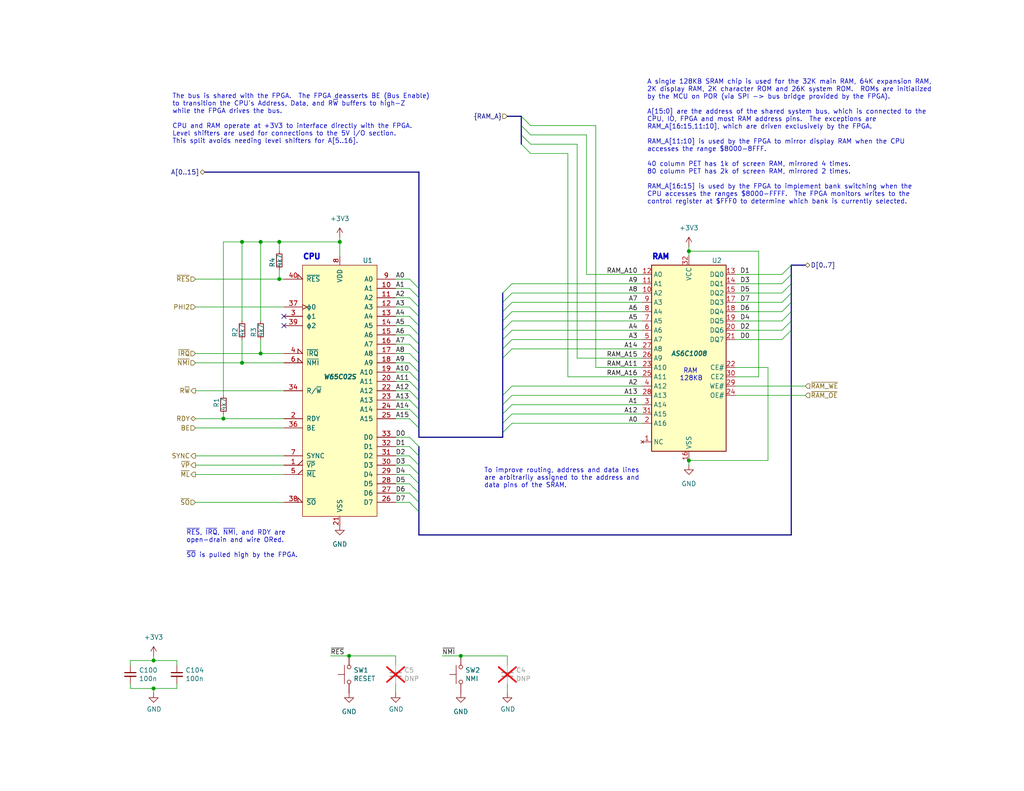
<source format=kicad_sch>
(kicad_sch (version 20231120) (generator "eeschema") (generator_version "8.0")
  (paper "A")
  (title_block (title "EconoPET 40/8096") (date "2023-10-01") (rev "A") (comment 1 "Unspecified resistors rated for 62.5mW or more") (comment 2 "Unspecified capacitors rated for 25V or more") (comment 3 "Signals with B-prefix are level-shifted from 3V3 to 5V"))
  (lib_symbols
    (symbol "Device:C_Small" (pin_numbers hide) (pin_names (offset 0.254) hide)
      (property "Reference" "C" (at 0.254 1.778 0))
      (property "Value" "C_Small" (at 0.254 -2.032 0))
      (symbol "C_Small_0_1"
        (polyline (pts (xy -1.524 -0.508) (xy 1.524 -0.508)) (stroke (width 0.3302)))
        (polyline (pts (xy -1.524 0.508) (xy 1.524 0.508)) (stroke (width 0.3048)))
      )
      (symbol "C_Small_1_1"
        (pin passive line (at 0 2.54 270) (length 2.032) (name "~") (number "1"))
        (pin passive line (at 0 -2.54 90) (length 2.032) (name "~") (number "2"))
      )
    )
    (symbol "Device:R_Small" (pin_numbers hide) (pin_names (offset 0.254) hide)
      (property "Reference" "R" (at 0.762 0.508 0))
      (property "Value" "R_Small" (at 0.762 -1.016 0))
      (symbol "R_Small_0_1"
        (rectangle (start -0.762 1.778) (end 0.762 -1.778) (stroke (width 0.2032)))
      )
      (symbol "R_Small_1_1"
        (pin passive line (at 0 2.54 270) (length 0.762) (name "~") (number "1"))
        (pin passive line (at 0 -2.54 90) (length 0.762) (name "~") (number "2"))
      )
    )
    (symbol "EconoPET:AS6C1008"
      (property "Reference" "U" (at 7.62 26.67 0))
      (property "Value" "AS6C1008" (at 0 1.27 0))
      (symbol "AS6C1008_0_0"
        (pin power_in line (at 0 -27.94 90) (length 2.54) (name "VSS") (number "16"))
        (pin power_in line (at 0 27.94 270) (length 2.54) (name "VCC") (number "32"))
      )
      (symbol "AS6C1008_0_1"
        (rectangle (start -10.16 25.4) (end 10.16 -25.4) (stroke (width 0.254)) (fill (type background)))
      )
      (symbol "AS6C1008_1_1"
        (pin no_connect line (at -12.7 -22.86 0) (length 2.54) (name "NC") (number "1"))
        (pin input line (at -12.7 17.78 0) (length 2.54) (name "A2") (number "10"))
        (pin input line (at -12.7 20.32 0) (length 2.54) (name "A1") (number "11"))
        (pin input line (at -12.7 22.86 0) (length 2.54) (name "A0") (number "12"))
        (pin tri_state line (at 12.7 22.86 180) (length 2.54) (name "DQ0") (number "13"))
        (pin tri_state line (at 12.7 20.32 180) (length 2.54) (name "DQ1") (number "14"))
        (pin tri_state line (at 12.7 17.78 180) (length 2.54) (name "DQ2") (number "15"))
        (pin tri_state line (at 12.7 15.24 180) (length 2.54) (name "DQ3") (number "17"))
        (pin tri_state line (at 12.7 12.7 180) (length 2.54) (name "DQ4") (number "18"))
        (pin tri_state line (at 12.7 10.16 180) (length 2.54) (name "DQ5") (number "19"))
        (pin input line (at -12.7 -17.78 0) (length 2.54) (name "A16") (number "2"))
        (pin tri_state line (at 12.7 7.62 180) (length 2.54) (name "DQ6") (number "20"))
        (pin tri_state line (at 12.7 5.08 180) (length 2.54) (name "DQ7") (number "21"))
        (pin input line (at 12.7 -2.54 180) (length 2.54) (name "CE#") (number "22"))
        (pin input line (at -12.7 -2.54 0) (length 2.54) (name "A10") (number "23"))
        (pin input line (at 12.7 -10.16 180) (length 2.54) (name "OE#") (number "24"))
        (pin input line (at -12.7 -5.08 0) (length 2.54) (name "A11") (number "25"))
        (pin input line (at -12.7 0 0) (length 2.54) (name "A9") (number "26"))
        (pin input line (at -12.7 2.54 0) (length 2.54) (name "A8") (number "27"))
        (pin input line (at -12.7 -10.16 0) (length 2.54) (name "A13") (number "28"))
        (pin input line (at 12.7 -7.62 180) (length 2.54) (name "WE#") (number "29"))
        (pin input line (at -12.7 -12.7 0) (length 2.54) (name "A14") (number "3"))
        (pin input line (at 12.7 -5.08 180) (length 2.54) (name "CE2") (number "30"))
        (pin input line (at -12.7 -15.24 0) (length 2.54) (name "A15") (number "31"))
        (pin input line (at -12.7 -7.62 0) (length 2.54) (name "A12") (number "4"))
        (pin input line (at -12.7 5.08 0) (length 2.54) (name "A7") (number "5"))
        (pin input line (at -12.7 7.62 0) (length 2.54) (name "A6") (number "6"))
        (pin input line (at -12.7 10.16 0) (length 2.54) (name "A5") (number "7"))
        (pin input line (at -12.7 12.7 0) (length 2.54) (name "A4") (number "8"))
        (pin input line (at -12.7 15.24 0) (length 2.54) (name "A3") (number "9"))
      )
    )
    (symbol "EconoPET:W65C02S" (pin_names (offset 1.016))
      (property "Reference" "U" (at 7.62 35.56 0))
      (property "Value" "W65C02S" (at 0 3.81 0))
      (symbol "W65C02S_0_1"
        (rectangle (start -10.16 34.29) (end 10.16 -34.29) (fill (type background)))
      )
      (symbol "W65C02S_1_1"
        (pin output output_low (at -15.24 -20.32 0) (length 5.08) (name "~{VP}") (number "1"))
        (pin tri_state line (at 15.24 27.94 180) (length 5.08) (name "A1") (number "10"))
        (pin tri_state line (at 15.24 25.4 180) (length 5.08) (name "A2") (number "11"))
        (pin tri_state line (at 15.24 22.86 180) (length 5.08) (name "A3") (number "12"))
        (pin tri_state line (at 15.24 20.32 180) (length 5.08) (name "A4") (number "13"))
        (pin tri_state line (at 15.24 17.78 180) (length 5.08) (name "A5") (number "14"))
        (pin tri_state line (at 15.24 15.24 180) (length 5.08) (name "A6") (number "15"))
        (pin tri_state line (at 15.24 12.7 180) (length 5.08) (name "A7") (number "16"))
        (pin tri_state line (at 15.24 10.16 180) (length 5.08) (name "A8") (number "17"))
        (pin tri_state line (at 15.24 7.62 180) (length 5.08) (name "A9") (number "18"))
        (pin tri_state line (at 15.24 5.08 180) (length 5.08) (name "A10") (number "19"))
        (pin open_collector line (at -15.24 -7.62 0) (length 5.08) (name "RDY") (number "2"))
        (pin tri_state line (at 15.24 2.54 180) (length 5.08) (name "A11") (number "20"))
        (pin power_in line (at 0 -36.83 90) (length 2.54) (name "VSS") (number "21"))
        (pin tri_state line (at 15.24 0 180) (length 5.08) (name "A12") (number "22"))
        (pin tri_state line (at 15.24 -2.54 180) (length 5.08) (name "A13") (number "23"))
        (pin tri_state line (at 15.24 -5.08 180) (length 5.08) (name "A14") (number "24"))
        (pin tri_state line (at 15.24 -7.62 180) (length 5.08) (name "A15") (number "25"))
        (pin bidirectional line (at 15.24 -30.48 180) (length 5.08) (name "D7") (number "26"))
        (pin bidirectional line (at 15.24 -27.94 180) (length 5.08) (name "D6") (number "27"))
        (pin bidirectional line (at 15.24 -25.4 180) (length 5.08) (name "D5") (number "28"))
        (pin bidirectional line (at 15.24 -22.86 180) (length 5.08) (name "D4") (number "29"))
        (pin output line (at -15.24 20.32 0) (length 5.08) (name "ϕ1") (number "3"))
        (pin bidirectional line (at 15.24 -20.32 180) (length 5.08) (name "D3") (number "30"))
        (pin bidirectional line (at 15.24 -17.78 180) (length 5.08) (name "D2") (number "31"))
        (pin bidirectional line (at 15.24 -15.24 180) (length 5.08) (name "D1") (number "32"))
        (pin bidirectional line (at 15.24 -12.7 180) (length 5.08) (name "D0") (number "33"))
        (pin tri_state line (at -15.24 0 0) (length 5.08) (name "R/~{W}") (number "34"))
        (pin no_connect non_logic (at -10.16 -27.94 0) (length 2.54) hide (name "nc") (number "35"))
        (pin input line (at -15.24 -10.16 0) (length 5.08) (name "BE") (number "36"))
        (pin input clock (at -15.24 22.86 0) (length 5.08) (name "ϕ0") (number "37"))
        (pin input input_low (at -15.24 -30.48 0) (length 5.08) (name "~{SO}") (number "38"))
        (pin output line (at -15.24 17.78 0) (length 5.08) (name "ϕ2") (number "39"))
        (pin input input_low (at -15.24 10.16 0) (length 5.08) (name "~{IRQ}") (number "4"))
        (pin input input_low (at -15.24 30.48 0) (length 5.08) (name "~{RES}") (number "40"))
        (pin output output_low (at -15.24 -22.86 0) (length 5.08) (name "~{ML}") (number "5"))
        (pin input input_low (at -15.24 7.62 0) (length 5.08) (name "~{NMI}") (number "6"))
        (pin output line (at -15.24 -17.78 0) (length 5.08) (name "SYNC") (number "7"))
        (pin power_in line (at 0 36.83 270) (length 2.54) (name "VDD") (number "8"))
        (pin tri_state line (at 15.24 30.48 180) (length 5.08) (name "A0") (number "9"))
      )
    )
    (symbol "Switch:SW_Push" (pin_numbers hide) (pin_names (offset 1.016) hide)
      (property "Reference" "SW" (at 1.27 2.54 0))
      (property "Value" "SW_Push" (at 0 -1.524 0))
      (symbol "SW_Push_0_1"
        (circle (center -2.032 0) (radius 0.508))
        (polyline (pts (xy 0 1.27) (xy 0 3.048)))
        (polyline (pts (xy 2.54 1.27) (xy -2.54 1.27)))
        (circle (center 2.032 0) (radius 0.508))
        (pin passive line (at -5.08 0 0) (length 2.54) (name "1") (number "1"))
        (pin passive line (at 5.08 0 180) (length 2.54) (name "2") (number "2"))
      )
    )
    (symbol "power:+3V3" (power) (pin_numbers hide) (pin_names (offset 0) hide)
      (property "Value" "+3V3" (at 0 3.556 0))
      (symbol "+3V3_0_1"
        (polyline (pts (xy -0.762 1.27) (xy 0 2.54)))
        (polyline (pts (xy 0 0) (xy 0 2.54)))
        (polyline (pts (xy 0 2.54) (xy 0.762 1.27)))
      )
      (symbol "+3V3_1_1"
        (pin power_in line (at 0 0 90) (length 0) (name "~") (number "1"))
      )
    )
    (symbol "power:GND" (power) (pin_numbers hide) (pin_names (offset 0) hide)
      (property "Value" "GND" (at 0 -3.81 0))
      (symbol "GND_0_1"
        (polyline (pts (xy 0 0) (xy 0 -1.27) (xy 1.27 -1.27) (xy 0 -2.54) (xy -1.27 -1.27) (xy 0 -1.27)))
      )
      (symbol "GND_1_1"
        (pin power_in line (at 0 0 270) (length 0) (name "~") (number "1"))
      )
    )
  )
  (bus_alias "RAM_A" (members "RAM_A10" "RAM_A11" "RAM_A15" "RAM_A16"))
  (junction (at 41.91 180.34))
  (junction (at 187.96 68.58))
  (junction (at 187.96 125.73))
  (junction (at 76.2 66.04))
  (junction (at 92.71 66.04))
  (junction (at 76.2 76.2))
  (junction (at 71.12 96.52))
  (junction (at 95.25 179.07))
  (junction (at 71.12 66.04))
  (junction (at 60.96 114.3))
  (junction (at 41.91 187.96))
  (junction (at 125.73 179.07))
  (junction (at 66.04 99.06))
  (junction (at 66.04 66.04))
  (no_connect (at 77.47 86.36))
  (no_connect (at 77.47 88.9))
  (bus_entry (at 144.78 39.37) (size -2.54 -2.54))
  (bus_entry (at 111.76 119.38) (size 2.54 2.54))
  (bus_entry (at 213.36 87.63) (size 2.54 -2.54))
  (bus_entry (at 111.76 124.46) (size 2.54 2.54))
  (bus_entry (at 139.7 92.71) (size -2.54 2.54))
  (bus_entry (at 111.76 83.82) (size 2.54 2.54))
  (bus_entry (at 139.7 115.57) (size -2.54 2.54))
  (bus_entry (at 111.76 132.08) (size 2.54 2.54))
  (bus_entry (at 139.7 90.17) (size -2.54 2.54))
  (bus_entry (at 111.76 101.6) (size 2.54 2.54))
  (bus_entry (at 111.76 93.98) (size 2.54 2.54))
  (bus_entry (at 111.76 88.9) (size 2.54 2.54))
  (bus_entry (at 111.76 137.16) (size 2.54 2.54))
  (bus_entry (at 111.76 127) (size 2.54 2.54))
  (bus_entry (at 213.36 90.17) (size 2.54 -2.54))
  (bus_entry (at 139.7 110.49) (size -2.54 2.54))
  (bus_entry (at 111.76 76.2) (size 2.54 2.54))
  (bus_entry (at 144.78 36.83) (size -2.54 -2.54))
  (bus_entry (at 144.78 34.29) (size -2.54 -2.54))
  (bus_entry (at 111.76 78.74) (size 2.54 2.54))
  (bus_entry (at 139.7 87.63) (size -2.54 2.54))
  (bus_entry (at 139.7 80.01) (size -2.54 2.54))
  (bus_entry (at 144.78 41.91) (size -2.54 -2.54))
  (bus_entry (at 213.36 92.71) (size 2.54 -2.54))
  (bus_entry (at 213.36 85.09) (size 2.54 -2.54))
  (bus_entry (at 139.7 82.55) (size -2.54 2.54))
  (bus_entry (at 139.7 105.41) (size -2.54 2.54))
  (bus_entry (at 213.36 77.47) (size 2.54 -2.54))
  (bus_entry (at 111.76 121.92) (size 2.54 2.54))
  (bus_entry (at 111.76 99.06) (size 2.54 2.54))
  (bus_entry (at 111.76 91.44) (size 2.54 2.54))
  (bus_entry (at 111.76 96.52) (size 2.54 2.54))
  (bus_entry (at 111.76 104.14) (size 2.54 2.54))
  (bus_entry (at 111.76 129.54) (size 2.54 2.54))
  (bus_entry (at 213.36 74.93) (size 2.54 -2.54))
  (bus_entry (at 139.7 107.95) (size -2.54 2.54))
  (bus_entry (at 111.76 114.3) (size 2.54 2.54))
  (bus_entry (at 213.36 82.55) (size 2.54 -2.54))
  (bus_entry (at 139.7 95.25) (size -2.54 2.54))
  (bus_entry (at 111.76 106.68) (size 2.54 2.54))
  (bus_entry (at 111.76 111.76) (size 2.54 2.54))
  (bus_entry (at 111.76 134.62) (size 2.54 2.54))
  (bus_entry (at 139.7 85.09) (size -2.54 2.54))
  (bus_entry (at 139.7 113.03) (size -2.54 2.54))
  (bus_entry (at 213.36 80.01) (size 2.54 -2.54))
  (bus_entry (at 111.76 86.36) (size 2.54 2.54))
  (bus_entry (at 111.76 109.22) (size 2.54 2.54))
  (bus_entry (at 139.7 77.47) (size -2.54 2.54))
  (bus_entry (at 111.76 81.28) (size 2.54 2.54))
  (bus (pts (xy 142.24 34.29) (xy 142.24 36.83)))
  (wire (pts (xy 107.95 132.08) (xy 111.76 132.08)))
  (wire (pts (xy 187.96 68.58) (xy 207.01 68.58)))
  (bus (pts (xy 215.9 77.47) (xy 215.9 80.01)))
  (bus (pts (xy 114.3 46.99) (xy 55.88 46.99)))
  (bus (pts (xy 215.9 72.39) (xy 219.71 72.39)))
  (wire (pts (xy 35.56 180.34) (xy 35.56 181.61)))
  (wire (pts (xy 66.04 92.71) (xy 66.04 99.06)))
  (wire (pts (xy 187.96 127) (xy 187.96 125.73)))
  (wire (pts (xy 200.66 102.87) (xy 207.01 102.87)))
  (bus (pts (xy 137.16 80.01) (xy 137.16 82.55)))
  (wire (pts (xy 139.7 80.01) (xy 175.26 80.01)))
  (wire (pts (xy 209.55 125.73) (xy 187.96 125.73)))
  (wire (pts (xy 107.95 88.9) (xy 111.76 88.9)))
  (wire (pts (xy 200.66 92.71) (xy 213.36 92.71)))
  (wire (pts (xy 66.04 66.04) (xy 66.04 87.63)))
  (wire (pts (xy 107.95 86.36) (xy 111.76 86.36)))
  (wire (pts (xy 41.91 179.07) (xy 41.91 180.34)))
  (bus (pts (xy 114.3 93.98) (xy 114.3 96.52)))
  (bus (pts (xy 114.3 83.82) (xy 114.3 86.36)))
  (bus (pts (xy 114.3 109.22) (xy 114.3 111.76)))
  (bus (pts (xy 114.3 91.44) (xy 114.3 93.98)))
  (wire (pts (xy 200.66 85.09) (xy 213.36 85.09)))
  (bus (pts (xy 137.16 90.17) (xy 137.16 92.71)))
  (wire (pts (xy 200.66 100.33) (xy 209.55 100.33)))
  (wire (pts (xy 107.95 93.98) (xy 111.76 93.98)))
  (bus (pts (xy 114.3 81.28) (xy 114.3 83.82)))
  (wire (pts (xy 139.7 105.41) (xy 175.26 105.41)))
  (bus (pts (xy 215.9 87.63) (xy 215.9 90.17)))
  (wire (pts (xy 107.95 104.14) (xy 111.76 104.14)))
  (bus (pts (xy 114.3 111.76) (xy 114.3 114.3)))
  (bus (pts (xy 215.9 82.55) (xy 215.9 85.09)))
  (wire (pts (xy 77.47 116.84) (xy 53.34 116.84)))
  (wire (pts (xy 219.71 107.95) (xy 200.66 107.95)))
  (wire (pts (xy 207.01 68.58) (xy 207.01 102.87)))
  (wire (pts (xy 107.95 124.46) (xy 111.76 124.46)))
  (bus (pts (xy 114.3 101.6) (xy 114.3 104.14)))
  (wire (pts (xy 107.95 129.54) (xy 111.76 129.54)))
  (wire (pts (xy 107.95 111.76) (xy 111.76 111.76)))
  (bus (pts (xy 137.16 92.71) (xy 137.16 95.25)))
  (wire (pts (xy 107.95 81.28) (xy 111.76 81.28)))
  (wire (pts (xy 66.04 66.04) (xy 71.12 66.04)))
  (wire (pts (xy 139.7 90.17) (xy 175.26 90.17)))
  (bus (pts (xy 215.9 74.93) (xy 215.9 77.47)))
  (bus (pts (xy 114.3 116.84) (xy 114.3 119.38)))
  (wire (pts (xy 219.71 105.41) (xy 200.66 105.41)))
  (wire (pts (xy 71.12 96.52) (xy 71.12 92.71)))
  (wire (pts (xy 53.34 129.54) (xy 77.47 129.54)))
  (wire (pts (xy 139.7 115.57) (xy 175.26 115.57)))
  (wire (pts (xy 48.26 186.69) (xy 48.26 187.96)))
  (bus (pts (xy 114.3 104.14) (xy 114.3 106.68)))
  (wire (pts (xy 77.47 106.68) (xy 53.34 106.68)))
  (bus (pts (xy 137.16 113.03) (xy 137.16 115.57)))
  (bus (pts (xy 142.24 36.83) (xy 142.24 39.37)))
  (wire (pts (xy 175.26 97.79) (xy 157.48 97.79)))
  (wire (pts (xy 139.7 77.47) (xy 175.26 77.47)))
  (wire (pts (xy 139.7 85.09) (xy 175.26 85.09)))
  (wire (pts (xy 187.96 67.31) (xy 187.96 68.58)))
  (wire (pts (xy 162.56 34.29) (xy 162.56 100.33)))
  (wire (pts (xy 125.73 179.07) (xy 138.43 179.07)))
  (wire (pts (xy 107.95 96.52) (xy 111.76 96.52)))
  (bus (pts (xy 114.3 88.9) (xy 114.3 91.44)))
  (bus (pts (xy 114.3 96.52) (xy 114.3 99.06)))
  (wire (pts (xy 60.96 107.95) (xy 60.96 66.04)))
  (wire (pts (xy 53.34 114.3) (xy 60.96 114.3)))
  (wire (pts (xy 144.78 36.83) (xy 160.02 36.83)))
  (bus (pts (xy 137.16 82.55) (xy 137.16 85.09)))
  (bus (pts (xy 114.3 129.54) (xy 114.3 132.08)))
  (wire (pts (xy 187.96 68.58) (xy 187.96 69.85)))
  (wire (pts (xy 53.34 127) (xy 77.47 127)))
  (bus (pts (xy 114.3 114.3) (xy 114.3 116.84)))
  (wire (pts (xy 107.95 134.62) (xy 111.76 134.62)))
  (bus (pts (xy 114.3 78.74) (xy 114.3 46.99)))
  (bus (pts (xy 114.3 146.05) (xy 114.3 139.7)))
  (wire (pts (xy 35.56 187.96) (xy 41.91 187.96)))
  (wire (pts (xy 139.7 107.95) (xy 175.26 107.95)))
  (bus (pts (xy 114.3 124.46) (xy 114.3 127)))
  (bus (pts (xy 114.3 106.68) (xy 114.3 109.22)))
  (wire (pts (xy 160.02 74.93) (xy 175.26 74.93)))
  (wire (pts (xy 107.95 137.16) (xy 111.76 137.16)))
  (wire (pts (xy 76.2 66.04) (xy 92.71 66.04)))
  (bus (pts (xy 114.3 78.74) (xy 114.3 81.28)))
  (wire (pts (xy 53.34 99.06) (xy 66.04 99.06)))
  (wire (pts (xy 160.02 36.83) (xy 160.02 74.93)))
  (wire (pts (xy 95.25 179.07) (xy 107.95 179.07)))
  (wire (pts (xy 139.7 87.63) (xy 175.26 87.63)))
  (bus (pts (xy 114.3 132.08) (xy 114.3 134.62)))
  (wire (pts (xy 41.91 189.23) (xy 41.91 187.96)))
  (wire (pts (xy 139.7 113.03) (xy 175.26 113.03)))
  (bus (pts (xy 137.16 110.49) (xy 137.16 113.03)))
  (wire (pts (xy 107.95 76.2) (xy 111.76 76.2)))
  (bus (pts (xy 137.16 87.63) (xy 137.16 90.17)))
  (wire (pts (xy 144.78 34.29) (xy 162.56 34.29)))
  (bus (pts (xy 142.24 31.75) (xy 142.24 34.29)))
  (wire (pts (xy 200.66 90.17) (xy 213.36 90.17)))
  (wire (pts (xy 144.78 41.91) (xy 154.94 41.91)))
  (bus (pts (xy 114.3 127) (xy 114.3 129.54)))
  (wire (pts (xy 200.66 74.93) (xy 213.36 74.93)))
  (wire (pts (xy 53.34 76.2) (xy 76.2 76.2)))
  (bus (pts (xy 114.3 121.92) (xy 114.3 124.46)))
  (wire (pts (xy 107.95 189.23) (xy 107.95 186.69)))
  (wire (pts (xy 139.7 92.71) (xy 175.26 92.71)))
  (wire (pts (xy 200.66 80.01) (xy 213.36 80.01)))
  (bus (pts (xy 138.43 31.75) (xy 142.24 31.75)))
  (wire (pts (xy 200.66 82.55) (xy 213.36 82.55)))
  (wire (pts (xy 41.91 180.34) (xy 48.26 180.34)))
  (bus (pts (xy 137.16 115.57) (xy 137.16 118.11)))
  (bus (pts (xy 114.3 86.36) (xy 114.3 88.9)))
  (wire (pts (xy 77.47 83.82) (xy 53.34 83.82)))
  (wire (pts (xy 157.48 97.79) (xy 157.48 39.37)))
  (wire (pts (xy 60.96 113.03) (xy 60.96 114.3)))
  (wire (pts (xy 138.43 189.23) (xy 138.43 186.69)))
  (bus (pts (xy 114.3 99.06) (xy 114.3 101.6)))
  (wire (pts (xy 107.95 127) (xy 111.76 127)))
  (wire (pts (xy 53.34 96.52) (xy 71.12 96.52)))
  (wire (pts (xy 107.95 99.06) (xy 111.76 99.06)))
  (wire (pts (xy 71.12 66.04) (xy 76.2 66.04)))
  (wire (pts (xy 92.71 66.04) (xy 92.71 69.85)))
  (bus (pts (xy 137.16 85.09) (xy 137.16 87.63)))
  (wire (pts (xy 92.71 64.77) (xy 92.71 66.04)))
  (bus (pts (xy 215.9 85.09) (xy 215.9 87.63)))
  (wire (pts (xy 138.43 181.61) (xy 138.43 179.07)))
  (wire (pts (xy 48.26 180.34) (xy 48.26 181.61)))
  (wire (pts (xy 154.94 41.91) (xy 154.94 102.87)))
  (wire (pts (xy 35.56 186.69) (xy 35.56 187.96)))
  (wire (pts (xy 107.95 121.92) (xy 111.76 121.92)))
  (bus (pts (xy 137.16 119.38) (xy 137.16 118.11)))
  (wire (pts (xy 107.95 101.6) (xy 111.76 101.6)))
  (wire (pts (xy 200.66 77.47) (xy 213.36 77.47)))
  (wire (pts (xy 35.56 180.34) (xy 41.91 180.34)))
  (wire (pts (xy 107.95 114.3) (xy 111.76 114.3)))
  (wire (pts (xy 144.78 39.37) (xy 157.48 39.37)))
  (bus (pts (xy 215.9 146.05) (xy 114.3 146.05)))
  (bus (pts (xy 215.9 80.01) (xy 215.9 82.55)))
  (wire (pts (xy 53.34 137.16) (xy 77.47 137.16)))
  (wire (pts (xy 107.95 91.44) (xy 111.76 91.44)))
  (wire (pts (xy 107.95 78.74) (xy 111.76 78.74)))
  (bus (pts (xy 114.3 134.62) (xy 114.3 137.16)))
  (wire (pts (xy 139.7 82.55) (xy 175.26 82.55)))
  (wire (pts (xy 66.04 99.06) (xy 77.47 99.06)))
  (wire (pts (xy 209.55 100.33) (xy 209.55 125.73)))
  (wire (pts (xy 41.91 187.96) (xy 48.26 187.96)))
  (wire (pts (xy 107.95 83.82) (xy 111.76 83.82)))
  (wire (pts (xy 154.94 102.87) (xy 175.26 102.87)))
  (wire (pts (xy 139.7 95.25) (xy 175.26 95.25)))
  (bus (pts (xy 114.3 119.38) (xy 137.16 119.38)))
  (wire (pts (xy 60.96 114.3) (xy 77.47 114.3)))
  (wire (pts (xy 200.66 87.63) (xy 213.36 87.63)))
  (wire (pts (xy 107.95 119.38) (xy 111.76 119.38)))
  (wire (pts (xy 139.7 110.49) (xy 175.26 110.49)))
  (wire (pts (xy 71.12 66.04) (xy 71.12 87.63)))
  (bus (pts (xy 114.3 137.16) (xy 114.3 139.7)))
  (wire (pts (xy 107.95 109.22) (xy 111.76 109.22)))
  (wire (pts (xy 60.96 66.04) (xy 66.04 66.04)))
  (bus (pts (xy 215.9 90.17) (xy 215.9 146.05)))
  (wire (pts (xy 90.17 179.07) (xy 95.25 179.07)))
  (bus (pts (xy 137.16 107.95) (xy 137.16 110.49)))
  (bus (pts (xy 137.16 97.79) (xy 137.16 107.95)))
  (wire (pts (xy 107.95 106.68) (xy 111.76 106.68)))
  (wire (pts (xy 120.65 179.07) (xy 125.73 179.07)))
  (wire (pts (xy 76.2 76.2) (xy 77.47 76.2)))
  (wire (pts (xy 76.2 66.04) (xy 76.2 68.58)))
  (wire (pts (xy 76.2 73.66) (xy 76.2 76.2)))
  (bus (pts (xy 215.9 72.39) (xy 215.9 74.93)))
  (wire (pts (xy 162.56 100.33) (xy 175.26 100.33)))
  (wire (pts (xy 107.95 179.07) (xy 107.95 181.61)))
  (wire (pts (xy 71.12 96.52) (xy 77.47 96.52)))
  (bus (pts (xy 137.16 95.25) (xy 137.16 97.79)))
  (wire (pts (xy 53.34 124.46) (xy 77.47 124.46)))
  (text "RAM" (at 177.8 71.12 0) (effects (font (size 1.5 1.5) (thickness 0.8) (bold yes)) (justify left bottom)))
  (text "A single 128KB SRAM chip is used for the 32K main RAM, 64K expansion RAM,\n2K display RAM, 2K character ROM and 26K system ROM.  ROMs are initialized\nby the MCU on POR (via SPI -> bus bridge provided by the FPGA).\n\nA[15:0] are the address of the shared system bus, which is connected to the\nCPU, IO, FPGA and most RAM address pins.  The exceptions are\nRAM_A[16:15,11:10], which are driven exclusively by the FPGA.\n\nRAM_A[11:10] is used by the FPGA to mirror display RAM when the CPU\naccesses the range $8000-8FFF.\n\n40 column PET has 1k of screen RAM, mirrored 4 times.\n80 column PET has 2k of screen RAM, mirrored 2 times.\n\nRAM_A[16:15] is used by the FPGA to implement bank switching when the\nCPU accesses the ranges $8000-FFFF.  The FPGA monitors writes to the\ncontrol register at $FFF0 to determine which bank is currently selected." (at 176.53 55.88 0) (effects (font (size 1.27 1.27)) (justify left bottom)))
  (text "To improve routing, address and data lines\nare arbitrarily assigned to the address and\ndata pins of the SRAM." (at 132.08 133.35 0) (effects (font (size 1.27 1.27)) (justify left bottom)))
  (text "~{RES}, ~{IRQ}, ~{NMI}, and RDY are\nopen-drain and wire ORed.\n\n~{SO} is pulled high by the FPGA." (at 50.8 152.4 0) (effects (font (size 1.27 1.27)) (justify left bottom)))
  (text " RAM\n128KB" (at 185.42 104.14 0) (effects (font (size 1.27 1.27)) (justify left bottom)))
  (text "CPU" (at 82.55 71.12 0) (effects (font (size 1.5 1.5) (thickness 0.8) (bold yes)) (justify left bottom)))
  (text "The bus is shared with the FPGA.  The FPGA deasserts BE (Bus Enable)\nto transition the CPU's Address, Data, and R~{W} buffers to high-Z\nwhile the FPGA drives the bus.\n\nCPU and RAM operate at +3V3 to interface directly with the FPGA.\nLevel shifters are used for connections to the 5V I/O section.\nThis split avoids needing level shifters for A[5..16]." (at 46.99 39.37 0) (effects (font (size 1.27 1.27)) (justify left bottom)))
  (label "D5" (at 107.95 132.08 0))
  (label "A3" (at 107.95 83.82 0))
  (label "A0" (at 107.95 76.2 0))
  (label "D0" (at 201.93 92.71 0))
  (label "RAM_A15" (at 173.99 97.79 180))
  (label "A13" (at 107.95 109.22 0))
  (label "D2" (at 107.95 124.46 0))
  (label "D5" (at 201.93 80.01 0))
  (label "RAM_A10" (at 173.99 74.93 180))
  (label "A1" (at 173.99 110.49 180))
  (label "A14" (at 173.99 95.25 180))
  (label "D0" (at 107.95 119.38 0))
  (label "D1" (at 201.93 74.93 0))
  (label "D6" (at 201.93 85.09 0))
  (label "A2" (at 173.99 105.41 180))
  (label "A12" (at 107.95 106.68 0))
  (label "A10" (at 107.95 101.6 0))
  (label "A8" (at 173.99 80.01 180))
  (label "A5" (at 107.95 88.9 0))
  (label "A14" (at 107.95 111.76 0))
  (label "A8" (at 107.95 96.52 0))
  (label "A9" (at 107.95 99.06 0))
  (label "A11" (at 107.95 104.14 0))
  (label "A0" (at 173.99 115.57 180))
  (label "RAM_A11" (at 173.99 100.33 180))
  (label "A7" (at 173.99 82.55 180))
  (label "D1" (at 107.95 121.92 0))
  (label "A4" (at 107.95 86.36 0))
  (label "A15" (at 107.95 114.3 0))
  (label "D2" (at 201.93 90.17 0))
  (label "A3" (at 173.99 92.71 180))
  (label "A13" (at 173.99 107.95 180))
  (label "RAM_A16" (at 173.99 102.87 180))
  (label "~{RES}" (at 90.17 179.07 0))
  (label "A9" (at 173.99 77.47 180))
  (label "D7" (at 107.95 137.16 0))
  (label "D3" (at 201.93 77.47 0))
  (label "D4" (at 201.93 87.63 0))
  (label "A6" (at 173.99 85.09 180))
  (label "A6" (at 107.95 91.44 0))
  (label "D6" (at 107.95 134.62 0))
  (label "D4" (at 107.95 129.54 0))
  (label "~{NMI}" (at 120.65 179.07 0))
  (label "A2" (at 107.95 81.28 0))
  (label "A12" (at 173.99 113.03 180))
  (label "D7" (at 201.93 82.55 0))
  (label "A4" (at 173.99 90.17 180))
  (label "D3" (at 107.95 127 0))
  (label "A1" (at 107.95 78.74 0))
  (label "A5" (at 173.99 87.63 180))
  (label "A7" (at 107.95 93.98 0))
  (hierarchical_label "~{VP}" (shape output) (at 53.34 127 180))
  (hierarchical_label "RDY" (shape bidirectional) (at 53.34 114.3 180))
  (hierarchical_label "A[0..15]" (shape bidirectional) (at 55.88 46.99 180))
  (hierarchical_label "~{IRQ}" (shape input) (at 53.34 96.52 180))
  (hierarchical_label "D[0..7]" (shape bidirectional) (at 219.71 72.39 0))
  (hierarchical_label "R~{W}" (shape output) (at 53.34 106.68 180))
  (hierarchical_label "~{RAM_OE}" (shape input) (at 219.71 107.95 0))
  (hierarchical_label "~{RES}" (shape input) (at 53.34 76.2 180))
  (hierarchical_label "~{SO}" (shape input) (at 53.34 137.16 180))
  (hierarchical_label "BE" (shape input) (at 53.34 116.84 180))
  (hierarchical_label "{RAM_A}" (shape input) (at 138.43 31.75 180))
  (hierarchical_label "~{ML}" (shape output) (at 53.34 129.54 180))
  (hierarchical_label "PHI2" (shape input) (at 53.34 83.82 180))
  (hierarchical_label "~{NMI}" (shape input) (at 53.34 99.06 180))
  (hierarchical_label "SYNC" (shape output) (at 53.34 124.46 180))
  (hierarchical_label "~{RAM_WE}" (shape input) (at 219.71 105.41 0))
  (symbol (lib_id "EconoPET:W65C02S") (at 92.71 106.68 0) (unit 1)
    (property "Reference" "U1" (at 100.33 71.12 0))
    (property "Value" "W65C02S" (at 92.71 102.87 0) (effects (font (bold yes) (italic yes))))
    (property "Footprint" "Package_DIP:DIP-40_W15.24mm_Socket" (effects (hide yes)))
    (property "Datasheet" "https://www.mouser.com/datasheet/2/436/w65c02s-2572.pdf" (effects (hide yes)))
    (property "MOUSER" "955-W65C02S6TPG-14,571-1-2199299-5" (effects (hide yes)))
  )
  (symbol (lib_id "EconoPET:AS6C1008") (at 187.96 97.79 0) (unit 1)
    (property "Reference" "U2" (at 195.58 71.12 0))
    (property "Value" "AS6C1008" (at 187.96 96.52 0) (effects (font (bold yes) (italic yes))))
    (property "Footprint" "Package_DIP:DIP-32_W15.24mm_Socket" (effects (hide yes)))
    (property "Datasheet" "https://www.mouser.com/datasheet/2/12/AS6C1008feb2007-1511508.pdf" (effects (hide yes)))
    (property "MOUSER" "913-AS6C1008-55PCN,649-DILB32P223TLF" (effects (hide yes)))
  )
  (symbol (lib_id "Device:R_Small") (at 66.04 90.17 0) (unit 1)
    (property "Reference" "R2" (at 64.135 92.075 90) (effects (justify left)))
    (property "Value" "4k7" (at 66.04 92.075 90) (effects (justify left)))
    (property "Footprint" "Resistor_SMD:R_0402_1005Metric" (effects (hide yes)))
    (property "Datasheet" "https://www.lcsc.com/datasheet/lcsc_datasheet_2206010045_UNI-ROYAL-Uniroyal-Elec-0402WGF4701TCE_C25900.pdf" (effects (hide yes)))
    (property "LCSC" "C25900" (effects (hide yes)))
  )
  (symbol (lib_id "Device:R_Small") (at 60.96 110.49 180) (unit 1)
    (property "Reference" "R1" (at 59.055 108.585 90) (effects (justify left)))
    (property "Value" "4k7" (at 60.96 108.585 90) (effects (justify left)))
    (property "Footprint" "Resistor_SMD:R_0402_1005Metric" (effects (hide yes)))
    (property "Datasheet" "https://www.lcsc.com/datasheet/lcsc_datasheet_2206010045_UNI-ROYAL-Uniroyal-Elec-0402WGF4701TCE_C25900.pdf" (effects (hide yes)))
    (property "LCSC" "C25900" (effects (hide yes)))
  )
  (symbol (lib_id "Device:R_Small") (at 71.12 90.17 0) (unit 1)
    (property "Reference" "R3" (at 69.215 92.075 90) (effects (justify left)))
    (property "Value" "4k7" (at 71.12 92.075 90) (effects (justify left)))
    (property "Footprint" "Resistor_SMD:R_0402_1005Metric" (effects (hide yes)))
    (property "Datasheet" "https://www.lcsc.com/datasheet/lcsc_datasheet_2206010045_UNI-ROYAL-Uniroyal-Elec-0402WGF4701TCE_C25900.pdf" (effects (hide yes)))
    (property "LCSC" "C25900" (effects (hide yes)))
  )
  (symbol (lib_id "Device:C_Small") (at 35.56 184.15 0) (unit 1)
    (property "Reference" "C100" (at 37.8968 182.9816 0) (effects (justify left)))
    (property "Value" "100n" (at 37.8968 185.293 0) (effects (justify left)))
    (property "Footprint" "Capacitor_SMD:C_0402_1005Metric" (effects (hide yes)))
    (property "Datasheet" "https://product.samsungsem.com/mlcc/CL05B104KB54PN.do" (effects (hide yes)))
    (property "LCSC" "C307331" (effects (hide yes)))
  )
  (symbol (lib_id "Device:C_Small") (at 48.26 184.15 0) (unit 1)
    (property "Reference" "C104" (at 50.5968 182.9816 0) (effects (justify left)))
    (property "Value" "100n" (at 50.5968 185.293 0) (effects (justify left)))
    (property "Footprint" "Capacitor_SMD:C_0402_1005Metric" (effects (hide yes)))
    (property "Datasheet" "https://product.samsungsem.com/mlcc/CL05B104KB54PN.do" (effects (hide yes)))
    (property "LCSC" "C307331" (effects (hide yes)))
  )
  (symbol (lib_id "power:GND") (at 138.43 189.23 0) (unit 1)
    (property "Reference" "#PWR08" (effects (hide yes)))
    (property "Value" "GND" (at 138.557 193.6242 0))
    (property "Description" "Power symbol creates a global label with name \"GND\" , ground" (effects (hide yes)))
  )
  (symbol (lib_id "Device:R_Small") (at 76.2 71.12 0) (unit 1)
    (property "Reference" "R4" (at 74.295 73.025 90) (effects (justify left)))
    (property "Value" "4k7" (at 76.2 73.025 90) (effects (justify left)))
    (property "Footprint" "Resistor_SMD:R_0402_1005Metric" (effects (hide yes)))
    (property "Datasheet" "https://www.lcsc.com/datasheet/lcsc_datasheet_2206010045_UNI-ROYAL-Uniroyal-Elec-0402WGF4701TCE_C25900.pdf" (effects (hide yes)))
    (property "LCSC" "C25900" (effects (hide yes)))
  )
  (symbol (lib_id "power:GND") (at 125.73 189.23 0) (unit 1)
    (property "Reference" "#PWR07" (effects (hide yes)))
    (property "Value" "GND" (at 125.73 194.31 0))
    (property "Description" "Power symbol creates a global label with name \"GND\" , ground" (effects (hide yes)))
  )
  (symbol (lib_id "power:GND") (at 41.91 189.23 0) (unit 1)
    (property "Reference" "#PWR02" (effects (hide yes)))
    (property "Value" "GND" (at 42.037 193.6242 0))
    (property "Description" "Power symbol creates a global label with name \"GND\" , ground" (effects (hide yes)))
  )
  (symbol (lib_id "power:GND") (at 95.25 189.23 0) (unit 1)
    (property "Reference" "#PWR05" (effects (hide yes)))
    (property "Value" "GND" (at 95.25 194.31 0))
    (property "Description" "Power symbol creates a global label with name \"GND\" , ground" (effects (hide yes)))
  )
  (symbol (lib_id "Device:C_Small") (at 107.95 184.15 0) (unit 1) (in_bom no) (dnp yes)
    (property "Reference" "C5" (at 110.2868 182.9816 0) (effects (justify left)))
    (property "Value" "DNP" (at 110.2868 185.293 0) (effects (justify left)))
    (property "Footprint" "Capacitor_SMD:C_0402_1005Metric" (effects (hide yes)))
  )
  (symbol (lib_id "Switch:SW_Push") (at 95.25 184.15 90) (unit 1)
    (property "Reference" "SW1" (at 96.4692 182.9816 90) (effects (justify right)))
    (property "Value" "RESET" (at 96.4692 185.293 90) (effects (justify right)))
    (property "Footprint" "EconoPET:SW_PUSH_1P1T_6x3.5mm_H4.3_APEM_MJTP1243" (effects (hide yes)))
    (property "Alt-LCSC" "C457531" (effects (hide yes)))
    (property "Amazon" "https://smile.amazon.com/dp/B008DS188Y" (effects (hide yes)))
    (property "MOUSER" "611-PTS636SK43LFS" (effects (hide yes)))
  )
  (symbol (lib_id "power:GND") (at 107.95 189.23 0) (unit 1)
    (property "Reference" "#PWR06" (effects (hide yes)))
    (property "Value" "GND" (at 108.077 193.6242 0))
    (property "Description" "Power symbol creates a global label with name \"GND\" , ground" (effects (hide yes)))
  )
  (symbol (lib_id "Switch:SW_Push") (at 125.73 184.15 90) (unit 1)
    (property "Reference" "SW2" (at 126.9492 182.9816 90) (effects (justify right)))
    (property "Value" "NMI" (at 126.9492 185.293 90) (effects (justify right)))
    (property "Footprint" "EconoPET:SW_PUSH_1P1T_6x3.5mm_H4.3_APEM_MJTP1243" (effects (hide yes)))
    (property "Alt-LCSC" "C457531" (effects (hide yes)))
    (property "Amazon" "https://smile.amazon.com/dp/B008DS188Y" (effects (hide yes)))
    (property "MOUSER" "611-PTS636SK43LFS" (effects (hide yes)))
  )
  (symbol (lib_id "power:+3V3") (at 187.96 67.31 0) (unit 1)
    (property "Reference" "#PWR09" (effects (hide yes)))
    (property "Value" "+3V3" (at 187.96 62.23 0))
    (property "Description" "Power symbol creates a global label with name \"+3V3\"" (effects (hide yes)))
  )
  (symbol (lib_id "power:GND") (at 92.71 143.51 0) (unit 1)
    (property "Reference" "#PWR04" (effects (hide yes)))
    (property "Value" "GND" (at 92.71 148.59 0))
    (property "Description" "Power symbol creates a global label with name \"GND\" , ground" (effects (hide yes)))
  )
  (symbol (lib_id "power:+3V3") (at 92.71 64.77 0) (unit 1)
    (property "Reference" "#PWR03" (effects (hide yes)))
    (property "Value" "+3V3" (at 92.71 59.69 0))
    (property "Description" "Power symbol creates a global label with name \"+3V3\"" (effects (hide yes)))
  )
  (symbol (lib_id "Device:C_Small") (at 138.43 184.15 0) (unit 1) (in_bom no) (dnp yes)
    (property "Reference" "C4" (at 140.7668 182.9816 0) (effects (justify left)))
    (property "Value" "DNP" (at 140.7668 185.293 0) (effects (justify left)))
    (property "Footprint" "Capacitor_SMD:C_0402_1005Metric" (effects (hide yes)))
  )
  (symbol (lib_id "power:GND") (at 187.96 127 0) (unit 1)
    (property "Reference" "#PWR010" (effects (hide yes)))
    (property "Value" "GND" (at 187.96 132.08 0))
    (property "Description" "Power symbol creates a global label with name \"GND\" , ground" (effects (hide yes)))
  )
  (symbol (lib_id "power:+3V3") (at 41.91 179.07 0) (unit 1)
    (property "Reference" "#PWR01" (effects (hide yes)))
    (property "Value" "+3V3" (at 41.91 173.99 0))
    (property "Description" "Power symbol creates a global label with name \"+3V3\"" (effects (hide yes)))
  )
)
</source>
